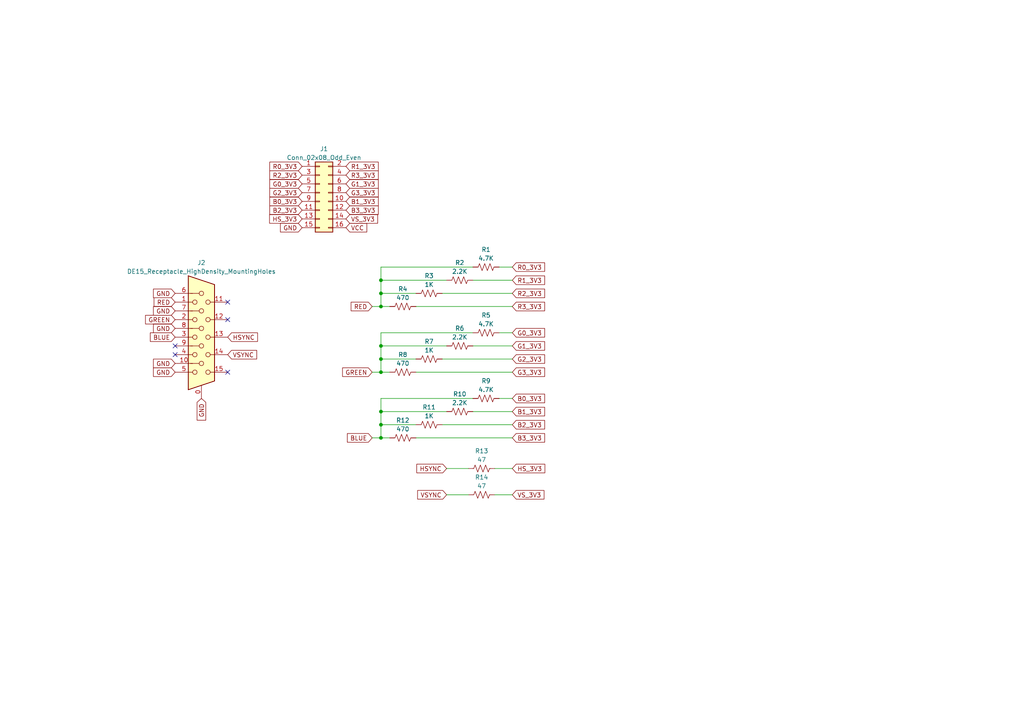
<source format=kicad_sch>
(kicad_sch (version 20230121) (generator eeschema)
  (paper "A4")
  (lib_symbols
    (symbol "Connector:DE15_Receptacle_HighDensity_MountingHoles" (pin_names (offset 1.016) hide)
      (property "Reference" "J" (at 0 21.59 0))
      (property "Value" "DE15_Receptacle_HighDensity_MountingHoles" (at 0 19.05 0))
      (symbol "DE15_Receptacle_HighDensity_MountingHoles_0_1"
        (circle (center -1.905 -10.16) (radius 0.635))
        (circle (center -1.905 -5.08) (radius 0.635))
        (circle (center -1.905 0) (radius 0.635))
        (circle (center -1.905 5.08) (radius 0.635))
        (circle (center -1.905 10.16) (radius 0.635))
        (circle (center 0 -7.62) (radius 0.635))
        (circle (center 0 -2.54) (radius 0.635))
        (polyline (pts (xy -3.175 7.62) (xy -0.635 7.62)))
        (polyline (pts (xy -0.635 -7.62) (xy -3.175 -7.62)))
        (polyline (pts (xy -0.635 -2.54) (xy -3.175 -2.54)))
        (polyline (pts (xy -0.635 2.54) (xy -3.175 2.54)))
        (polyline (pts (xy -0.635 12.7) (xy -3.175 12.7)))
        (polyline (pts (xy -3.81 17.78) (xy -3.81 -15.24) (xy 3.81 -12.7) (xy 3.81 15.24) (xy -3.81 17.78)) (stroke (width 0.254)) (fill (type background)))
        (circle (center 0 2.54) (radius 0.635))
        (circle (center 0 7.62) (radius 0.635))
        (circle (center 0 12.7) (radius 0.635))
        (circle (center 1.905 -10.16) (radius 0.635))
        (circle (center 1.905 -5.08) (radius 0.635))
        (circle (center 1.905 0) (radius 0.635))
        (circle (center 1.905 5.08) (radius 0.635))
        (circle (center 1.905 10.16) (radius 0.635))
      )
      (symbol "DE15_Receptacle_HighDensity_MountingHoles_1_1"
        (pin passive line (at 0 -17.78 90) (length 3.81) (name "~") (number "0"))
        (pin passive line (at -7.62 10.16 0) (length 5.08) (name "~") (number "1"))
        (pin passive line (at -7.62 -7.62 0) (length 5.08) (name "~") (number "10"))
        (pin passive line (at 7.62 10.16 180) (length 5.08) (name "~") (number "11"))
        (pin passive line (at 7.62 5.08 180) (length 5.08) (name "~") (number "12"))
        (pin passive line (at 7.62 0 180) (length 5.08) (name "~") (number "13"))
        (pin passive line (at 7.62 -5.08 180) (length 5.08) (name "~") (number "14"))
        (pin passive line (at 7.62 -10.16 180) (length 5.08) (name "~") (number "15"))
        (pin passive line (at -7.62 5.08 0) (length 5.08) (name "~") (number "2"))
        (pin passive line (at -7.62 0 0) (length 5.08) (name "~") (number "3"))
        (pin passive line (at -7.62 -5.08 0) (length 5.08) (name "~") (number "4"))
        (pin passive line (at -7.62 -10.16 0) (length 5.08) (name "~") (number "5"))
        (pin passive line (at -7.62 12.7 0) (length 5.08) (name "~") (number "6"))
        (pin passive line (at -7.62 7.62 0) (length 5.08) (name "~") (number "7"))
        (pin passive line (at -7.62 2.54 0) (length 5.08) (name "~") (number "8"))
        (pin passive line (at -7.62 -2.54 0) (length 5.08) (name "~") (number "9"))
      )
    )
    (symbol "Connector_Generic:Conn_02x08_Odd_Even" (pin_names (offset 1.016) hide)
      (property "Reference" "J" (at 1.27 10.16 0))
      (property "Value" "Conn_02x08_Odd_Even" (at 1.27 -12.7 0))
      (symbol "Conn_02x08_Odd_Even_1_1"
        (rectangle (start -1.27 -10.033) (end 0 -10.287) (stroke (width 0.1524)))
        (rectangle (start -1.27 -7.493) (end 0 -7.747) (stroke (width 0.1524)))
        (rectangle (start -1.27 -4.953) (end 0 -5.207) (stroke (width 0.1524)))
        (rectangle (start -1.27 -2.413) (end 0 -2.667) (stroke (width 0.1524)))
        (rectangle (start -1.27 0.127) (end 0 -0.127) (stroke (width 0.1524)))
        (rectangle (start -1.27 2.667) (end 0 2.413) (stroke (width 0.1524)))
        (rectangle (start -1.27 5.207) (end 0 4.953) (stroke (width 0.1524)))
        (rectangle (start -1.27 7.747) (end 0 7.493) (stroke (width 0.1524)))
        (rectangle (start -1.27 8.89) (end 3.81 -11.43) (stroke (width 0.254)) (fill (type background)))
        (rectangle (start 3.81 -10.033) (end 2.54 -10.287) (stroke (width 0.1524)))
        (rectangle (start 3.81 -7.493) (end 2.54 -7.747) (stroke (width 0.1524)))
        (rectangle (start 3.81 -4.953) (end 2.54 -5.207) (stroke (width 0.1524)))
        (rectangle (start 3.81 -2.413) (end 2.54 -2.667) (stroke (width 0.1524)))
        (rectangle (start 3.81 0.127) (end 2.54 -0.127) (stroke (width 0.1524)))
        (rectangle (start 3.81 2.667) (end 2.54 2.413) (stroke (width 0.1524)))
        (rectangle (start 3.81 5.207) (end 2.54 4.953) (stroke (width 0.1524)))
        (rectangle (start 3.81 7.747) (end 2.54 7.493) (stroke (width 0.1524)))
        (pin passive line (at -5.08 7.62 0) (length 3.81) (name "Pin_1") (number "1"))
        (pin passive line (at 7.62 -2.54 180) (length 3.81) (name "Pin_10") (number "10"))
        (pin passive line (at -5.08 -5.08 0) (length 3.81) (name "Pin_11") (number "11"))
        (pin passive line (at 7.62 -5.08 180) (length 3.81) (name "Pin_12") (number "12"))
        (pin passive line (at -5.08 -7.62 0) (length 3.81) (name "Pin_13") (number "13"))
        (pin passive line (at 7.62 -7.62 180) (length 3.81) (name "Pin_14") (number "14"))
        (pin passive line (at -5.08 -10.16 0) (length 3.81) (name "Pin_15") (number "15"))
        (pin passive line (at 7.62 -10.16 180) (length 3.81) (name "Pin_16") (number "16"))
        (pin passive line (at 7.62 7.62 180) (length 3.81) (name "Pin_2") (number "2"))
        (pin passive line (at -5.08 5.08 0) (length 3.81) (name "Pin_3") (number "3"))
        (pin passive line (at 7.62 5.08 180) (length 3.81) (name "Pin_4") (number "4"))
        (pin passive line (at -5.08 2.54 0) (length 3.81) (name "Pin_5") (number "5"))
        (pin passive line (at 7.62 2.54 180) (length 3.81) (name "Pin_6") (number "6"))
        (pin passive line (at -5.08 0 0) (length 3.81) (name "Pin_7") (number "7"))
        (pin passive line (at 7.62 0 180) (length 3.81) (name "Pin_8") (number "8"))
        (pin passive line (at -5.08 -2.54 0) (length 3.81) (name "Pin_9") (number "9"))
      )
    )
    (symbol "Device:R_US" (pin_numbers hide) (pin_names (offset 0))
      (property "Reference" "R" (at 2.54 0 90))
      (property "Value" "R_US" (at -2.54 0 90))
      (symbol "R_US_0_1"
        (polyline (pts (xy 0 -2.286) (xy 0 -2.54)))
        (polyline (pts (xy 0 2.286) (xy 0 2.54)))
        (polyline (pts (xy 0 -0.762) (xy 1.016 -1.143) (xy 0 -1.524) (xy -1.016 -1.905) (xy 0 -2.286)))
        (polyline (pts (xy 0 0.762) (xy 1.016 0.381) (xy 0 0) (xy -1.016 -0.381) (xy 0 -0.762)))
        (polyline (pts (xy 0 2.286) (xy 1.016 1.905) (xy 0 1.524) (xy -1.016 1.143) (xy 0 0.762)))
      )
      (symbol "R_US_1_1"
        (pin passive line (at 0 3.81 270) (length 1.27) (name "~") (number "1"))
        (pin passive line (at 0 -3.81 90) (length 1.27) (name "~") (number "2"))
      )
    )
  )
  (junction (at 110.49 119.38))
  (junction (at 110.49 127))
  (junction (at 110.49 100.33))
  (junction (at 110.49 88.9))
  (junction (at 110.49 123.19))
  (junction (at 110.49 104.14))
  (junction (at 110.49 85.09))
  (junction (at 110.49 81.28))
  (junction (at 110.49 107.95))
  (no_connect (at 66.04 87.63))
  (no_connect (at 50.8 100.33))
  (no_connect (at 66.04 92.71))
  (no_connect (at 50.8 102.87))
  (no_connect (at 66.04 107.95))
  (wire (pts (xy 128.27 85.09) (xy 148.59 85.09)))
  (wire (pts (xy 144.78 77.47) (xy 148.59 77.47)))
  (wire (pts (xy 110.49 96.52) (xy 137.16 96.52)))
  (wire (pts (xy 107.95 107.95) (xy 110.49 107.95)))
  (wire (pts (xy 110.49 119.38) (xy 129.54 119.38)))
  (wire (pts (xy 107.95 127) (xy 110.49 127)))
  (wire (pts (xy 137.16 81.28) (xy 148.59 81.28)))
  (wire (pts (xy 107.95 88.9) (xy 110.49 88.9)))
  (wire (pts (xy 110.49 119.38) (xy 110.49 115.57)))
  (wire (pts (xy 128.27 104.14) (xy 148.59 104.14)))
  (wire (pts (xy 129.54 143.51) (xy 135.89 143.51)))
  (wire (pts (xy 137.16 100.33) (xy 148.59 100.33)))
  (wire (pts (xy 120.65 85.09) (xy 110.49 85.09)))
  (wire (pts (xy 120.65 127) (xy 148.59 127)))
  (wire (pts (xy 144.78 115.57) (xy 148.59 115.57)))
  (wire (pts (xy 128.27 123.19) (xy 148.59 123.19)))
  (wire (pts (xy 110.49 107.95) (xy 113.03 107.95)))
  (wire (pts (xy 120.65 104.14) (xy 110.49 104.14)))
  (wire (pts (xy 144.78 96.52) (xy 148.59 96.52)))
  (wire (pts (xy 120.65 123.19) (xy 110.49 123.19)))
  (wire (pts (xy 110.49 104.14) (xy 110.49 100.33)))
  (wire (pts (xy 143.51 143.51) (xy 148.59 143.51)))
  (wire (pts (xy 110.49 88.9) (xy 113.03 88.9)))
  (wire (pts (xy 110.49 100.33) (xy 129.54 100.33)))
  (wire (pts (xy 129.54 135.89) (xy 135.89 135.89)))
  (wire (pts (xy 120.65 88.9) (xy 148.59 88.9)))
  (wire (pts (xy 110.49 81.28) (xy 129.54 81.28)))
  (wire (pts (xy 120.65 107.95) (xy 148.59 107.95)))
  (wire (pts (xy 110.49 123.19) (xy 110.49 119.38)))
  (wire (pts (xy 110.49 104.14) (xy 110.49 107.95)))
  (wire (pts (xy 110.49 85.09) (xy 110.49 81.28)))
  (wire (pts (xy 110.49 81.28) (xy 110.49 77.47)))
  (wire (pts (xy 137.16 119.38) (xy 148.59 119.38)))
  (wire (pts (xy 110.49 77.47) (xy 137.16 77.47)))
  (wire (pts (xy 143.51 135.89) (xy 148.59 135.89)))
  (wire (pts (xy 110.49 123.19) (xy 110.49 127)))
  (wire (pts (xy 110.49 115.57) (xy 137.16 115.57)))
  (wire (pts (xy 110.49 100.33) (xy 110.49 96.52)))
  (wire (pts (xy 110.49 127) (xy 113.03 127)))
  (wire (pts (xy 110.49 85.09) (xy 110.49 88.9)))
  (global_label "R0_3V3" (shape input) (at 148.59 77.47 0) (property "Intersheetrefs" "${INTERSHEET_REFS}" (effects hide)))
  (global_label "G2_3V3" (shape input) (at 148.59 104.14 0) (property "Intersheetrefs" "${INTERSHEET_REFS}" (effects hide)))
  (global_label "GND" (shape input) (at 50.8 107.95 180) (property "Intersheetrefs" "${INTERSHEET_REFS}" (effects hide)))
  (global_label "B2_3V3" (shape input) (at 87.63 60.96 180) (property "Intersheetrefs" "${INTERSHEET_REFS}" (effects hide)))
  (global_label "HSYNC" (shape input) (at 129.54 135.89 180) (property "Intersheetrefs" "${INTERSHEET_REFS}" (effects hide)))
  (global_label "R1_3V3" (shape input) (at 100.33 48.26 0) (property "Intersheetrefs" "${INTERSHEET_REFS}" (effects hide)))
  (global_label "GND" (shape input) (at 50.8 90.17 180) (property "Intersheetrefs" "${INTERSHEET_REFS}" (effects hide)))
  (global_label "BLUE" (shape input) (at 50.8 97.79 180) (property "Intersheetrefs" "${INTERSHEET_REFS}" (effects hide)))
  (global_label "RED" (shape input) (at 50.8 87.63 180) (property "Intersheetrefs" "${INTERSHEET_REFS}" (effects hide)))
  (global_label "G3_3V3" (shape input) (at 148.59 107.95 0) (property "Intersheetrefs" "${INTERSHEET_REFS}" (effects hide)))
  (global_label "G3_3V3" (shape input) (at 100.33 55.88 0) (property "Intersheetrefs" "${INTERSHEET_REFS}" (effects hide)))
  (global_label "HSYNC" (shape input) (at 66.04 97.79 0) (property "Intersheetrefs" "${INTERSHEET_REFS}" (effects hide)))
  (global_label "GND" (shape input) (at 58.42 115.57 270) (property "Intersheetrefs" "${INTERSHEET_REFS}" (effects hide)))
  (global_label "G0_3V3" (shape input) (at 148.59 96.52 0) (property "Intersheetrefs" "${INTERSHEET_REFS}" (effects hide)))
  (global_label "GND" (shape input) (at 50.8 95.25 180) (property "Intersheetrefs" "${INTERSHEET_REFS}" (effects hide)))
  (global_label "BLUE" (shape input) (at 107.95 127 180) (property "Intersheetrefs" "${INTERSHEET_REFS}" (effects hide)))
  (global_label "VS_3V3" (shape input) (at 148.59 143.51 0) (property "Intersheetrefs" "${INTERSHEET_REFS}" (effects hide)))
  (global_label "R2_3V3" (shape input) (at 148.59 85.09 0) (property "Intersheetrefs" "${INTERSHEET_REFS}" (effects hide)))
  (global_label "GREEN" (shape input) (at 50.8 92.71 180) (property "Intersheetrefs" "${INTERSHEET_REFS}" (effects hide)))
  (global_label "RED" (shape input) (at 107.95 88.9 180) (property "Intersheetrefs" "${INTERSHEET_REFS}" (effects hide)))
  (global_label "G1_3V3" (shape input) (at 100.33 53.34 0) (property "Intersheetrefs" "${INTERSHEET_REFS}" (effects hide)))
  (global_label "GREEN" (shape input) (at 107.95 107.95 180) (property "Intersheetrefs" "${INTERSHEET_REFS}" (effects hide)))
  (global_label "R0_3V3" (shape input) (at 87.63 48.26 180) (property "Intersheetrefs" "${INTERSHEET_REFS}" (effects hide)))
  (global_label "B3_3V3" (shape input) (at 148.59 127 0) (property "Intersheetrefs" "${INTERSHEET_REFS}" (effects hide)))
  (global_label "B3_3V3" (shape input) (at 100.33 60.96 0) (property "Intersheetrefs" "${INTERSHEET_REFS}" (effects hide)))
  (global_label "B2_3V3" (shape input) (at 148.59 123.19 0) (property "Intersheetrefs" "${INTERSHEET_REFS}" (effects hide)))
  (global_label "B1_3V3" (shape input) (at 100.33 58.42 0) (property "Intersheetrefs" "${INTERSHEET_REFS}" (effects hide)))
  (global_label "GND" (shape input) (at 87.63 66.04 180) (property "Intersheetrefs" "${INTERSHEET_REFS}" (effects hide)))
  (global_label "G1_3V3" (shape input) (at 148.59 100.33 0) (property "Intersheetrefs" "${INTERSHEET_REFS}" (effects hide)))
  (global_label "VSYNC" (shape input) (at 66.04 102.87 0) (property "Intersheetrefs" "${INTERSHEET_REFS}" (effects hide)))
  (global_label "G0_3V3" (shape input) (at 87.63 53.34 180) (property "Intersheetrefs" "${INTERSHEET_REFS}" (effects hide)))
  (global_label "HS_3V3" (shape input) (at 148.59 135.89 0) (property "Intersheetrefs" "${INTERSHEET_REFS}" (effects hide)))
  (global_label "G2_3V3" (shape input) (at 87.63 55.88 180) (property "Intersheetrefs" "${INTERSHEET_REFS}" (effects hide)))
  (global_label "GND" (shape input) (at 50.8 85.09 180) (property "Intersheetrefs" "${INTERSHEET_REFS}" (effects hide)))
  (global_label "GND" (shape input) (at 50.8 105.41 180) (property "Intersheetrefs" "${INTERSHEET_REFS}" (effects hide)))
  (global_label "R3_3V3" (shape input) (at 148.59 88.9 0) (property "Intersheetrefs" "${INTERSHEET_REFS}" (effects hide)))
  (global_label "VS_3V3" (shape input) (at 100.33 63.5 0) (property "Intersheetrefs" "${INTERSHEET_REFS}" (effects hide)))
  (global_label "B1_3V3" (shape input) (at 148.59 119.38 0) (property "Intersheetrefs" "${INTERSHEET_REFS}" (effects hide)))
  (global_label "R3_3V3" (shape input) (at 100.33 50.8 0) (property "Intersheetrefs" "${INTERSHEET_REFS}" (effects hide)))
  (global_label "VSYNC" (shape input) (at 129.54 143.51 180) (property "Intersheetrefs" "${INTERSHEET_REFS}" (effects hide)))
  (global_label "R2_3V3" (shape input) (at 87.63 50.8 180) (property "Intersheetrefs" "${INTERSHEET_REFS}" (effects hide)))
  (global_label "B0_3V3" (shape input) (at 148.59 115.57 0) (property "Intersheetrefs" "${INTERSHEET_REFS}" (effects hide)))
  (global_label "HS_3V3" (shape input) (at 87.63 63.5 180) (property "Intersheetrefs" "${INTERSHEET_REFS}" (effects hide)))
  (global_label "VCC" (shape input) (at 100.33 66.04 0) (property "Intersheetrefs" "${INTERSHEET_REFS}" (effects hide)))
  (global_label "B0_3V3" (shape input) (at 87.63 58.42 180) (property "Intersheetrefs" "${INTERSHEET_REFS}" (effects hide)))
  (global_label "R1_3V3" (shape input) (at 148.59 81.28 0) (property "Intersheetrefs" "${INTERSHEET_REFS}" (effects hide)))
  (symbol (lib_id "Device:R_US") (at 133.35 81.28 90) (unit 1)
    (property "Reference" "R2" (at 133.35 76.2 90))
    (property "Value" "2.2K" (at 133.35 78.74 90))
    (property "Footprint" "Resistor_THT:R_Axial_DIN0207_L6.3mm_D2.5mm_P10.16mm_Horizontal" (effects hide))
  )
  (symbol (lib_id "Device:R_US") (at 116.84 88.9 90) (unit 1)
    (property "Reference" "R4" (at 116.84 83.82 90))
    (property "Value" "470" (at 116.84 86.36 90))
    (property "Footprint" "Resistor_THT:R_Axial_DIN0207_L6.3mm_D2.5mm_P10.16mm_Horizontal" (effects hide))
  )
  (symbol (lib_id "Device:R_US") (at 140.97 96.52 90) (unit 1)
    (property "Reference" "R5" (at 140.97 91.44 90))
    (property "Value" "4.7K" (at 140.97 93.98 90))
    (property "Footprint" "Resistor_THT:R_Axial_DIN0207_L6.3mm_D2.5mm_P10.16mm_Horizontal" (effects hide))
  )
  (symbol (lib_id "Device:R_US") (at 124.46 104.14 90) (unit 1)
    (property "Reference" "R7" (at 124.46 99.06 90))
    (property "Value" "1K" (at 124.46 101.6 90))
    (property "Footprint" "Resistor_THT:R_Axial_DIN0207_L6.3mm_D2.5mm_P10.16mm_Horizontal" (effects hide))
  )
  (symbol (lib_id "Device:R_US") (at 133.35 119.38 90) (unit 1)
    (property "Reference" "R10" (at 133.35 114.3 90))
    (property "Value" "2.2K" (at 133.35 116.84 90))
    (property "Footprint" "Resistor_THT:R_Axial_DIN0207_L6.3mm_D2.5mm_P10.16mm_Horizontal" (effects hide))
  )
  (symbol (lib_id "Device:R_US") (at 140.97 115.57 90) (unit 1)
    (property "Reference" "R9" (at 140.97 110.49 90))
    (property "Value" "4.7K" (at 140.97 113.03 90))
    (property "Footprint" "Resistor_THT:R_Axial_DIN0207_L6.3mm_D2.5mm_P10.16mm_Horizontal" (effects hide))
  )
  (symbol (lib_id "Connector_Generic:Conn_02x08_Odd_Even") (at 92.71 55.88 0) (unit 1)
    (property "Reference" "J1" (at 93.98 43.18 0))
    (property "Value" "Conn_02x08_Odd_Even" (at 93.98 45.72 0))
    (property "Footprint" "Connector_PinHeader_2.54mm:PinHeader_2x08_P2.54mm_Vertical" (effects hide))
  )
  (symbol (lib_id "Device:R_US") (at 140.97 77.47 90) (unit 1)
    (property "Reference" "R1" (at 140.97 72.39 90))
    (property "Value" "4.7K" (at 140.97 74.93 90))
    (property "Footprint" "Resistor_THT:R_Axial_DIN0207_L6.3mm_D2.5mm_P10.16mm_Horizontal" (effects hide))
  )
  (symbol (lib_id "Device:R_US") (at 124.46 85.09 90) (unit 1)
    (property "Reference" "R3" (at 124.46 80.01 90))
    (property "Value" "1K" (at 124.46 82.55 90))
    (property "Footprint" "Resistor_THT:R_Axial_DIN0207_L6.3mm_D2.5mm_P10.16mm_Horizontal" (effects hide))
  )
  (symbol (lib_id "Connector:DE15_Receptacle_HighDensity_MountingHoles") (at 58.42 97.79 0) (unit 1)
    (property "Reference" "J2" (at 58.42 76.2 0))
    (property "Value" "DE15_Receptacle_HighDensity_MountingHoles" (at 58.42 78.74 0))
    (property "Footprint" "Connector_Dsub:DSUB-15-HD_Female_Horizontal_P2.29x1.98mm_EdgePinOffset3.03mm_Housed_MountingHolesOffset4.94mm" (effects hide))
    (property "Datasheet" " ~" (effects hide))
  )
  (symbol (lib_id "Device:R_US") (at 139.7 143.51 90) (unit 1)
    (property "Reference" "R14" (at 139.7 138.43 90))
    (property "Value" "47" (at 139.7 140.97 90))
    (property "Footprint" "Resistor_THT:R_Axial_DIN0207_L6.3mm_D2.5mm_P10.16mm_Horizontal" (effects hide))
  )
  (symbol (lib_id "Device:R_US") (at 133.35 100.33 90) (unit 1)
    (property "Reference" "R6" (at 133.35 95.25 90))
    (property "Value" "2.2K" (at 133.35 97.79 90))
    (property "Footprint" "Resistor_THT:R_Axial_DIN0207_L6.3mm_D2.5mm_P10.16mm_Horizontal" (effects hide))
  )
  (symbol (lib_id "Device:R_US") (at 116.84 107.95 90) (unit 1)
    (property "Reference" "R8" (at 116.84 102.87 90))
    (property "Value" "470" (at 116.84 105.41 90))
    (property "Footprint" "Resistor_THT:R_Axial_DIN0207_L6.3mm_D2.5mm_P10.16mm_Horizontal" (effects hide))
  )
  (symbol (lib_id "Device:R_US") (at 116.84 127 90) (unit 1)
    (property "Reference" "R12" (at 116.84 121.92 90))
    (property "Value" "470" (at 116.84 124.46 90))
    (property "Footprint" "Resistor_THT:R_Axial_DIN0207_L6.3mm_D2.5mm_P10.16mm_Horizontal" (effects hide))
  )
  (symbol (lib_id "Device:R_US") (at 124.46 123.19 90) (unit 1)
    (property "Reference" "R11" (at 124.46 118.11 90))
    (property "Value" "1K" (at 124.46 120.65 90))
    (property "Footprint" "Resistor_THT:R_Axial_DIN0207_L6.3mm_D2.5mm_P10.16mm_Horizontal" (effects hide))
  )
  (symbol (lib_id "Device:R_US") (at 139.7 135.89 90) (unit 1)
    (property "Reference" "R13" (at 139.7 130.81 90))
    (property "Value" "47" (at 139.7 133.35 90))
    (property "Footprint" "Resistor_THT:R_Axial_DIN0207_L6.3mm_D2.5mm_P10.16mm_Horizontal" (effects hide))
  )
)
</source>
